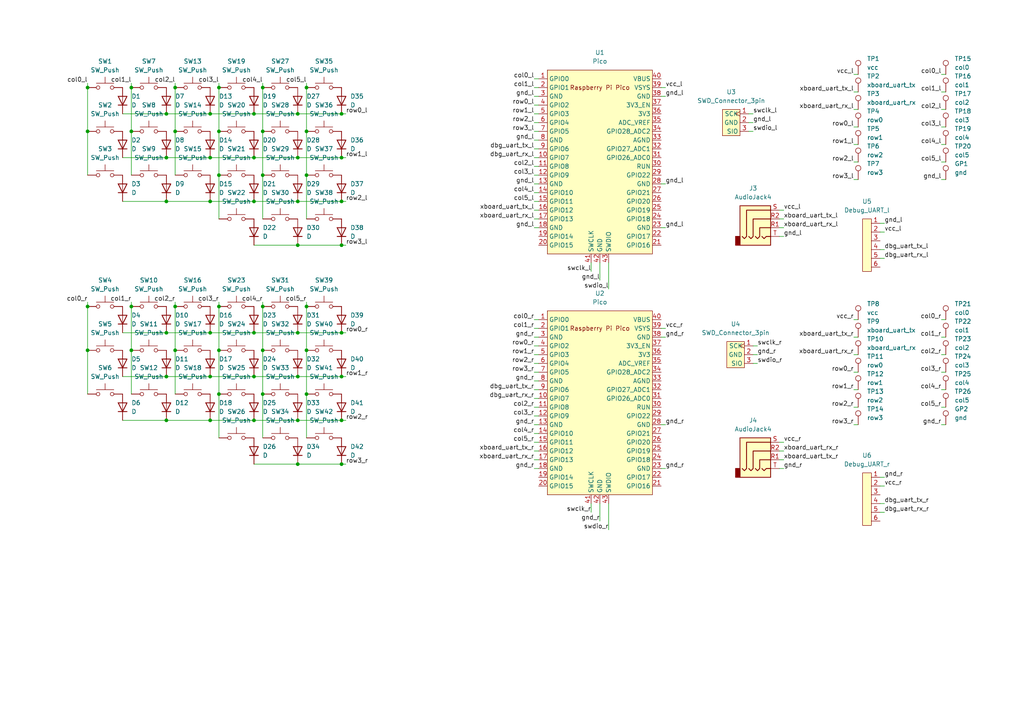
<source format=kicad_sch>
(kicad_sch (version 20230121) (generator eeschema)
  (paper "A4")
  (lib_symbols
    (symbol "Connector:AudioJack4"
      (property "Reference" "J" (at 0 8.89 0))
      (property "Value" "AudioJack4" (at 0 6.35 0))
      (symbol "AudioJack4_1_1"
        (pin passive line (at 5.08 -2.54 180) (length 2.54) (name "~") (number "R1"))
        (pin passive line (at 5.08 0 180) (length 2.54) (name "~") (number "R2"))
        (pin passive line (at 5.08 2.54 180) (length 2.54) (name "~") (number "S"))
        (pin passive line (at 5.08 -5.08 180) (length 2.54) (name "~") (number "T"))
      )
    )
    (symbol "Connector:TestPoint" (pin_numbers hide) (pin_names (offset 0.762) hide)
      (property "Reference" "TP" (at 0 6.858 0))
      (property "Value" "TestPoint" (at 0 5.08 0))
      (symbol "TestPoint_1_1"
        (pin passive line (at 0 0 90) (length 2.54) (name "1") (number "1"))
      )
    )
    (symbol "Device:D" (pin_numbers hide) (pin_names (offset 1.016) hide)
      (property "Reference" "D" (at 0 2.54 0))
      (property "Value" "D" (at 0 -2.54 0))
      (symbol "D_1_1"
        (pin passive line (at -3.81 0 0) (length 2.54) (name "K") (number "1"))
        (pin passive line (at 3.81 0 180) (length 2.54) (name "A") (number "2"))
      )
    )
    (symbol "RP_pico:Pico"
      (property "Reference" "U" (at -13.97 27.94 0))
      (property "Value" "Pico" (at 0 19.05 0))
      (symbol "Pico_0_0"
        (text "Raspberry Pi Pico" (at 0 21.59 0) (effects (font (size 1.27 1.27))))
      )
      (symbol "Pico_1_1"
        (pin bidirectional line (at -17.78 24.13 0) (length 2.54) (name "GPIO0") (number "1"))
        (pin bidirectional line (at -17.78 1.27 0) (length 2.54) (name "GPIO7") (number "10"))
        (pin bidirectional line (at -17.78 -1.27 0) (length 2.54) (name "GPIO8") (number "11"))
        (pin bidirectional line (at -17.78 -3.81 0) (length 2.54) (name "GPIO9") (number "12"))
        (pin power_in line (at -17.78 -6.35 0) (length 2.54) (name "GND") (number "13"))
        (pin bidirectional line (at -17.78 -8.89 0) (length 2.54) (name "GPIO10") (number "14"))
        (pin bidirectional line (at -17.78 -11.43 0) (length 2.54) (name "GPIO11") (number "15"))
        (pin bidirectional line (at -17.78 -13.97 0) (length 2.54) (name "GPIO12") (number "16"))
        (pin bidirectional line (at -17.78 -16.51 0) (length 2.54) (name "GPIO13") (number "17"))
        (pin power_in line (at -17.78 -19.05 0) (length 2.54) (name "GND") (number "18"))
        (pin bidirectional line (at -17.78 -21.59 0) (length 2.54) (name "GPIO14") (number "19"))
        (pin bidirectional line (at -17.78 21.59 0) (length 2.54) (name "GPIO1") (number "2"))
        (pin bidirectional line (at -17.78 -24.13 0) (length 2.54) (name "GPIO15") (number "20"))
        (pin bidirectional line (at 17.78 -24.13 180) (length 2.54) (name "GPIO16") (number "21"))
        (pin bidirectional line (at 17.78 -21.59 180) (length 2.54) (name "GPIO17") (number "22"))
        (pin power_in line (at 17.78 -19.05 180) (length 2.54) (name "GND") (number "23"))
        (pin bidirectional line (at 17.78 -16.51 180) (length 2.54) (name "GPIO18") (number "24"))
        (pin bidirectional line (at 17.78 -13.97 180) (length 2.54) (name "GPIO19") (number "25"))
        (pin bidirectional line (at 17.78 -11.43 180) (length 2.54) (name "GPIO20") (number "26"))
        (pin bidirectional line (at 17.78 -8.89 180) (length 2.54) (name "GPIO21") (number "27"))
        (pin power_in line (at 17.78 -6.35 180) (length 2.54) (name "GND") (number "28"))
        (pin bidirectional line (at 17.78 -3.81 180) (length 2.54) (name "GPIO22") (number "29"))
        (pin power_in line (at -17.78 19.05 0) (length 2.54) (name "GND") (number "3"))
        (pin input line (at 17.78 -1.27 180) (length 2.54) (name "RUN") (number "30"))
        (pin bidirectional line (at 17.78 1.27 180) (length 2.54) (name "GPIO26_ADC0") (number "31"))
        (pin bidirectional line (at 17.78 3.81 180) (length 2.54) (name "GPIO27_ADC1") (number "32"))
        (pin power_in line (at 17.78 6.35 180) (length 2.54) (name "AGND") (number "33"))
        (pin bidirectional line (at 17.78 8.89 180) (length 2.54) (name "GPIO28_ADC2") (number "34"))
        (pin power_in line (at 17.78 11.43 180) (length 2.54) (name "ADC_VREF") (number "35"))
        (pin power_in line (at 17.78 13.97 180) (length 2.54) (name "3V3") (number "36"))
        (pin input line (at 17.78 16.51 180) (length 2.54) (name "3V3_EN") (number "37"))
        (pin bidirectional line (at 17.78 19.05 180) (length 2.54) (name "GND") (number "38"))
        (pin power_in line (at 17.78 21.59 180) (length 2.54) (name "VSYS") (number "39"))
        (pin bidirectional line (at -17.78 16.51 0) (length 2.54) (name "GPIO2") (number "4"))
        (pin power_in line (at 17.78 24.13 180) (length 2.54) (name "VBUS") (number "40"))
        (pin input line (at -2.54 -29.21 90) (length 2.54) (name "SWCLK") (number "41"))
        (pin power_in line (at 0 -29.21 90) (length 2.54) (name "GND") (number "42"))
        (pin bidirectional line (at 2.54 -29.21 90) (length 2.54) (name "SWDIO") (number "43"))
        (pin bidirectional line (at -17.78 13.97 0) (length 2.54) (name "GPIO3") (number "5"))
        (pin bidirectional line (at -17.78 11.43 0) (length 2.54) (name "GPIO4") (number "6"))
        (pin bidirectional line (at -17.78 8.89 0) (length 2.54) (name "GPIO5") (number "7"))
        (pin power_in line (at -17.78 6.35 0) (length 2.54) (name "GND") (number "8"))
        (pin bidirectional line (at -17.78 3.81 0) (length 2.54) (name "GPIO6") (number "9"))
      )
    )
    (symbol "Switch:SW_Push" (pin_numbers hide) (pin_names (offset 1.016) hide)
      (property "Reference" "SW" (at 1.27 2.54 0))
      (property "Value" "SW_Push" (at 0 -1.524 0))
      (symbol "SW_Push_0_1"
        (pin passive line (at -5.08 0 0) (length 2.54) (name "1") (number "1"))
        (pin passive line (at 5.08 0 180) (length 2.54) (name "2") (number "2"))
      )
    )
    (symbol "entropy:Header_6pin" (in_bom no)
      (property "Reference" "U" (at 0 -2.54 0))
      (property "Value" "Header_6pin" (at 0 0 0))
      (symbol "Header_6pin_1_1"
        (pin unspecified line (at -6.35 3.81 270) (length 2.54) (name "") (number "1"))
        (pin unspecified line (at -3.81 3.81 270) (length 2.54) (name "") (number "2"))
        (pin unspecified line (at -1.27 3.81 270) (length 2.54) (name "") (number "3"))
        (pin unspecified line (at 1.27 3.81 270) (length 2.54) (name "") (number "4"))
        (pin unspecified line (at 3.81 3.81 270) (length 2.54) (name "") (number "5"))
        (pin unspecified line (at 6.35 3.81 270) (length 2.54) (name "") (number "6"))
      )
    )
    (symbol "entropy:SWD_Connector_3pin"
      (property "Reference" "U" (at -2.54 8.89 0))
      (property "Value" "SWD_Connector_3pin" (at -1.27 -1.27 0))
      (symbol "SWD_Connector_3pin_1_1"
        (pin bidirectional clock (at 2.54 6.35 180) (length 2.54) (name "SCK") (number "1"))
        (pin passive line (at 2.54 3.81 180) (length 2.54) (name "GND") (number "2"))
        (pin bidirectional line (at 2.54 1.27 180) (length 2.54) (name "SIO") (number "3"))
      )
    )
  )
  (junction (at 86.36 71.12))
  (junction (at 73.66 45.72))
  (junction (at 88.9 88.9))
  (junction (at 99.06 121.92))
  (junction (at 99.06 71.12))
  (junction (at 48.26 96.52))
  (junction (at 63.5 50.8))
  (junction (at 73.66 58.42))
  (junction (at 86.36 96.52))
  (junction (at 99.06 96.52))
  (junction (at 99.06 134.62))
  (junction (at 63.5 88.9))
  (junction (at 38.1 101.6))
  (junction (at 60.96 121.92))
  (junction (at 38.1 88.9))
  (junction (at 60.96 45.72))
  (junction (at 73.66 33.02))
  (junction (at 73.66 121.92))
  (junction (at 88.9 114.3))
  (junction (at 48.26 109.22))
  (junction (at 99.06 109.22))
  (junction (at 25.4 101.6))
  (junction (at 73.66 109.22))
  (junction (at 60.96 58.42))
  (junction (at 25.4 38.1))
  (junction (at 76.2 25.4))
  (junction (at 76.2 101.6))
  (junction (at 60.96 33.02))
  (junction (at 63.5 38.1))
  (junction (at 99.06 45.72))
  (junction (at 38.1 25.4))
  (junction (at 48.26 45.72))
  (junction (at 50.8 38.1))
  (junction (at 48.26 121.92))
  (junction (at 76.2 38.1))
  (junction (at 63.5 114.3))
  (junction (at 50.8 25.4))
  (junction (at 86.36 134.62))
  (junction (at 99.06 33.02))
  (junction (at 86.36 33.02))
  (junction (at 73.66 96.52))
  (junction (at 48.26 33.02))
  (junction (at 88.9 50.8))
  (junction (at 50.8 88.9))
  (junction (at 76.2 50.8))
  (junction (at 38.1 38.1))
  (junction (at 63.5 25.4))
  (junction (at 86.36 109.22))
  (junction (at 60.96 96.52))
  (junction (at 48.26 58.42))
  (junction (at 25.4 88.9))
  (junction (at 88.9 38.1))
  (junction (at 50.8 101.6))
  (junction (at 63.5 101.6))
  (junction (at 25.4 25.4))
  (junction (at 88.9 25.4))
  (junction (at 76.2 88.9))
  (junction (at 86.36 45.72))
  (junction (at 76.2 114.3))
  (junction (at 88.9 101.6))
  (junction (at 86.36 58.42))
  (junction (at 86.36 121.92))
  (junction (at 99.06 58.42))
  (junction (at 60.96 109.22))
  (wire (pts (xy 247.65 123.19) (xy 248.92 123.19)))
  (wire (pts (xy 38.1 101.6) (xy 38.1 114.3)))
  (wire (pts (xy 273.05 21.59) (xy 274.32 21.59)))
  (wire (pts (xy 50.8 24.13) (xy 50.8 25.4)))
  (wire (pts (xy 273.05 107.95) (xy 274.32 107.95)))
  (wire (pts (xy 88.9 101.6) (xy 88.9 114.3)))
  (wire (pts (xy 38.1 24.13) (xy 38.1 25.4)))
  (wire (pts (xy 247.65 92.71) (xy 248.92 92.71)))
  (wire (pts (xy 63.5 25.4) (xy 63.5 38.1)))
  (wire (pts (xy 154.94 115.57) (xy 156.21 115.57)))
  (wire (pts (xy 173.99 146.05) (xy 173.99 151.13)))
  (wire (pts (xy 38.1 87.63) (xy 38.1 88.9)))
  (wire (pts (xy 218.44 102.87) (xy 219.71 102.87)))
  (wire (pts (xy 273.05 41.91) (xy 274.32 41.91)))
  (wire (pts (xy 255.27 67.31) (xy 256.54 67.31)))
  (wire (pts (xy 273.05 46.99) (xy 274.32 46.99)))
  (wire (pts (xy 154.94 125.73) (xy 156.21 125.73)))
  (wire (pts (xy 35.56 58.42) (xy 48.26 58.42)))
  (wire (pts (xy 247.65 36.83) (xy 248.92 36.83)))
  (wire (pts (xy 60.96 33.02) (xy 73.66 33.02)))
  (wire (pts (xy 255.27 74.93) (xy 256.54 74.93)))
  (wire (pts (xy 154.94 97.79) (xy 156.21 97.79)))
  (wire (pts (xy 154.94 40.64) (xy 156.21 40.64)))
  (wire (pts (xy 86.36 121.92) (xy 99.06 121.92)))
  (wire (pts (xy 247.65 26.67) (xy 248.92 26.67)))
  (wire (pts (xy 273.05 92.71) (xy 274.32 92.71)))
  (wire (pts (xy 35.56 109.22) (xy 48.26 109.22)))
  (wire (pts (xy 154.94 92.71) (xy 156.21 92.71)))
  (wire (pts (xy 273.05 123.19) (xy 274.32 123.19)))
  (wire (pts (xy 154.94 118.11) (xy 156.21 118.11)))
  (wire (pts (xy 154.94 133.35) (xy 156.21 133.35)))
  (wire (pts (xy 86.36 109.22) (xy 99.06 109.22)))
  (wire (pts (xy 273.05 113.03) (xy 274.32 113.03)))
  (wire (pts (xy 154.94 43.18) (xy 156.21 43.18)))
  (wire (pts (xy 154.94 33.02) (xy 156.21 33.02)))
  (wire (pts (xy 154.94 30.48) (xy 156.21 30.48)))
  (wire (pts (xy 60.96 58.42) (xy 73.66 58.42)))
  (wire (pts (xy 154.94 48.26) (xy 156.21 48.26)))
  (wire (pts (xy 247.65 102.87) (xy 248.92 102.87)))
  (wire (pts (xy 86.36 96.52) (xy 99.06 96.52)))
  (wire (pts (xy 247.65 31.75) (xy 248.92 31.75)))
  (wire (pts (xy 191.77 53.34) (xy 193.04 53.34)))
  (wire (pts (xy 35.56 33.02) (xy 48.26 33.02)))
  (wire (pts (xy 25.4 87.63) (xy 25.4 88.9)))
  (wire (pts (xy 191.77 25.4) (xy 193.04 25.4)))
  (wire (pts (xy 99.06 58.42) (xy 100.33 58.42)))
  (wire (pts (xy 86.36 33.02) (xy 99.06 33.02)))
  (wire (pts (xy 176.53 76.2) (xy 176.53 83.82)))
  (wire (pts (xy 73.66 33.02) (xy 86.36 33.02)))
  (wire (pts (xy 154.94 130.81) (xy 156.21 130.81)))
  (wire (pts (xy 88.9 24.13) (xy 88.9 25.4)))
  (wire (pts (xy 273.05 52.07) (xy 274.32 52.07)))
  (wire (pts (xy 48.26 45.72) (xy 60.96 45.72)))
  (wire (pts (xy 247.65 113.03) (xy 248.92 113.03)))
  (wire (pts (xy 154.94 27.94) (xy 156.21 27.94)))
  (wire (pts (xy 63.5 87.63) (xy 63.5 88.9)))
  (wire (pts (xy 63.5 50.8) (xy 63.5 63.5)))
  (wire (pts (xy 76.2 87.63) (xy 76.2 88.9)))
  (wire (pts (xy 154.94 45.72) (xy 156.21 45.72)))
  (wire (pts (xy 171.45 146.05) (xy 171.45 148.59)))
  (wire (pts (xy 25.4 101.6) (xy 25.4 114.3)))
  (wire (pts (xy 86.36 58.42) (xy 99.06 58.42)))
  (wire (pts (xy 60.96 96.52) (xy 73.66 96.52)))
  (wire (pts (xy 86.36 71.12) (xy 99.06 71.12)))
  (wire (pts (xy 63.5 38.1) (xy 63.5 50.8)))
  (wire (pts (xy 76.2 114.3) (xy 76.2 127)))
  (wire (pts (xy 25.4 38.1) (xy 25.4 50.8)))
  (wire (pts (xy 60.96 121.92) (xy 73.66 121.92)))
  (wire (pts (xy 247.65 46.99) (xy 248.92 46.99)))
  (wire (pts (xy 48.26 96.52) (xy 60.96 96.52)))
  (wire (pts (xy 247.65 118.11) (xy 248.92 118.11)))
  (wire (pts (xy 25.4 24.13) (xy 25.4 25.4)))
  (wire (pts (xy 154.94 102.87) (xy 156.21 102.87)))
  (wire (pts (xy 226.06 135.89) (xy 227.33 135.89)))
  (wire (pts (xy 191.77 135.89) (xy 193.04 135.89)))
  (wire (pts (xy 35.56 96.52) (xy 48.26 96.52)))
  (wire (pts (xy 99.06 109.22) (xy 100.33 109.22)))
  (wire (pts (xy 38.1 25.4) (xy 38.1 38.1)))
  (wire (pts (xy 226.06 133.35) (xy 227.33 133.35)))
  (wire (pts (xy 273.05 118.11) (xy 274.32 118.11)))
  (wire (pts (xy 88.9 114.3) (xy 88.9 127)))
  (wire (pts (xy 76.2 88.9) (xy 76.2 101.6)))
  (wire (pts (xy 154.94 63.5) (xy 156.21 63.5)))
  (wire (pts (xy 191.77 66.04) (xy 193.04 66.04)))
  (wire (pts (xy 176.53 146.05) (xy 176.53 153.67)))
  (wire (pts (xy 73.66 58.42) (xy 86.36 58.42)))
  (wire (pts (xy 76.2 25.4) (xy 76.2 38.1)))
  (wire (pts (xy 35.56 45.72) (xy 48.26 45.72)))
  (wire (pts (xy 218.44 100.33) (xy 219.71 100.33)))
  (wire (pts (xy 86.36 134.62) (xy 99.06 134.62)))
  (wire (pts (xy 154.94 100.33) (xy 156.21 100.33)))
  (wire (pts (xy 48.26 109.22) (xy 60.96 109.22)))
  (wire (pts (xy 63.5 24.13) (xy 63.5 25.4)))
  (wire (pts (xy 154.94 58.42) (xy 156.21 58.42)))
  (wire (pts (xy 154.94 113.03) (xy 156.21 113.03)))
  (wire (pts (xy 88.9 87.63) (xy 88.9 88.9)))
  (wire (pts (xy 73.66 109.22) (xy 86.36 109.22)))
  (wire (pts (xy 273.05 97.79) (xy 274.32 97.79)))
  (wire (pts (xy 88.9 38.1) (xy 88.9 50.8)))
  (wire (pts (xy 154.94 22.86) (xy 156.21 22.86)))
  (wire (pts (xy 88.9 88.9) (xy 88.9 101.6)))
  (wire (pts (xy 99.06 96.52) (xy 100.33 96.52)))
  (wire (pts (xy 273.05 26.67) (xy 274.32 26.67)))
  (wire (pts (xy 48.26 58.42) (xy 60.96 58.42)))
  (wire (pts (xy 173.99 76.2) (xy 173.99 81.28)))
  (wire (pts (xy 154.94 38.1) (xy 156.21 38.1)))
  (wire (pts (xy 255.27 72.39) (xy 256.54 72.39)))
  (wire (pts (xy 154.94 25.4) (xy 156.21 25.4)))
  (wire (pts (xy 154.94 66.04) (xy 156.21 66.04)))
  (wire (pts (xy 191.77 97.79) (xy 193.04 97.79)))
  (wire (pts (xy 73.66 45.72) (xy 86.36 45.72)))
  (wire (pts (xy 154.94 95.25) (xy 156.21 95.25)))
  (wire (pts (xy 247.65 52.07) (xy 248.92 52.07)))
  (wire (pts (xy 247.65 41.91) (xy 248.92 41.91)))
  (wire (pts (xy 154.94 123.19) (xy 156.21 123.19)))
  (wire (pts (xy 154.94 60.96) (xy 156.21 60.96)))
  (wire (pts (xy 50.8 25.4) (xy 50.8 38.1)))
  (wire (pts (xy 25.4 88.9) (xy 25.4 101.6)))
  (wire (pts (xy 154.94 107.95) (xy 156.21 107.95)))
  (wire (pts (xy 226.06 60.96) (xy 227.33 60.96)))
  (wire (pts (xy 73.66 121.92) (xy 86.36 121.92)))
  (wire (pts (xy 73.66 71.12) (xy 86.36 71.12)))
  (wire (pts (xy 226.06 68.58) (xy 227.33 68.58)))
  (wire (pts (xy 217.17 33.02) (xy 218.44 33.02)))
  (wire (pts (xy 247.65 107.95) (xy 248.92 107.95)))
  (wire (pts (xy 226.06 130.81) (xy 227.33 130.81)))
  (wire (pts (xy 76.2 50.8) (xy 76.2 63.5)))
  (wire (pts (xy 154.94 55.88) (xy 156.21 55.88)))
  (wire (pts (xy 154.94 35.56) (xy 156.21 35.56)))
  (wire (pts (xy 63.5 114.3) (xy 63.5 127)))
  (wire (pts (xy 273.05 31.75) (xy 274.32 31.75)))
  (wire (pts (xy 191.77 95.25) (xy 193.04 95.25)))
  (wire (pts (xy 38.1 38.1) (xy 38.1 50.8)))
  (wire (pts (xy 154.94 135.89) (xy 156.21 135.89)))
  (wire (pts (xy 226.06 128.27) (xy 227.33 128.27)))
  (wire (pts (xy 247.65 97.79) (xy 248.92 97.79)))
  (wire (pts (xy 60.96 109.22) (xy 73.66 109.22)))
  (wire (pts (xy 50.8 88.9) (xy 50.8 101.6)))
  (wire (pts (xy 154.94 110.49) (xy 156.21 110.49)))
  (wire (pts (xy 73.66 134.62) (xy 86.36 134.62)))
  (wire (pts (xy 273.05 102.87) (xy 274.32 102.87)))
  (wire (pts (xy 154.94 128.27) (xy 156.21 128.27)))
  (wire (pts (xy 154.94 50.8) (xy 156.21 50.8)))
  (wire (pts (xy 226.06 66.04) (xy 227.33 66.04)))
  (wire (pts (xy 88.9 50.8) (xy 88.9 63.5)))
  (wire (pts (xy 191.77 27.94) (xy 193.04 27.94)))
  (wire (pts (xy 48.26 121.92) (xy 60.96 121.92)))
  (wire (pts (xy 154.94 120.65) (xy 156.21 120.65)))
  (wire (pts (xy 76.2 38.1) (xy 76.2 50.8)))
  (wire (pts (xy 226.06 63.5) (xy 227.33 63.5)))
  (wire (pts (xy 99.06 134.62) (xy 100.33 134.62)))
  (wire (pts (xy 63.5 101.6) (xy 63.5 114.3)))
  (wire (pts (xy 99.06 45.72) (xy 100.33 45.72)))
  (wire (pts (xy 255.27 138.43) (xy 256.54 138.43)))
  (wire (pts (xy 86.36 45.72) (xy 99.06 45.72)))
  (wire (pts (xy 218.44 105.41) (xy 219.71 105.41)))
  (wire (pts (xy 60.96 45.72) (xy 73.66 45.72)))
  (wire (pts (xy 35.56 121.92) (xy 48.26 121.92)))
  (wire (pts (xy 73.66 96.52) (xy 86.36 96.52)))
  (wire (pts (xy 255.27 146.05) (xy 256.54 146.05)))
  (wire (pts (xy 154.94 105.41) (xy 156.21 105.41)))
  (wire (pts (xy 50.8 87.63) (xy 50.8 88.9)))
  (wire (pts (xy 99.06 33.02) (xy 100.33 33.02)))
  (wire (pts (xy 50.8 38.1) (xy 50.8 50.8)))
  (wire (pts (xy 50.8 101.6) (xy 50.8 114.3)))
  (wire (pts (xy 99.06 71.12) (xy 100.33 71.12)))
  (wire (pts (xy 76.2 101.6) (xy 76.2 114.3)))
  (wire (pts (xy 255.27 64.77) (xy 256.54 64.77)))
  (wire (pts (xy 191.77 123.19) (xy 193.04 123.19)))
  (wire (pts (xy 255.27 148.59) (xy 256.54 148.59)))
  (wire (pts (xy 154.94 53.34) (xy 156.21 53.34)))
  (wire (pts (xy 63.5 88.9) (xy 63.5 101.6)))
  (wire (pts (xy 25.4 25.4) (xy 25.4 38.1)))
  (wire (pts (xy 99.06 121.92) (xy 100.33 121.92)))
  (wire (pts (xy 217.17 38.1) (xy 218.44 38.1)))
  (wire (pts (xy 76.2 24.13) (xy 76.2 25.4)))
  (wire (pts (xy 38.1 88.9) (xy 38.1 101.6)))
  (wire (pts (xy 217.17 35.56) (xy 218.44 35.56)))
  (wire (pts (xy 171.45 76.2) (xy 171.45 78.74)))
  (wire (pts (xy 255.27 140.97) (xy 256.54 140.97)))
  (wire (pts (xy 48.26 33.02) (xy 60.96 33.02)))
  (wire (pts (xy 273.05 36.83) (xy 274.32 36.83)))
  (wire (pts (xy 88.9 25.4) (xy 88.9 38.1)))
  (wire (pts (xy 247.65 21.59) (xy 248.92 21.59)))
  (label "swdio_r" (at 176.53 153.67 180))
  (label "col2_l" (at 50.8 24.13 180))
  (label "swclk_l" (at 218.44 33.02 0))
  (label "xboard_uart_rx_l" (at 247.65 31.75 180))
  (label "gnd_r" (at 256.54 138.43 0))
  (label "gnd_r" (at 273.05 123.19 180))
  (label "dbg_uart_tx_l" (at 256.54 72.39 0))
  (label "gnd_l" (at 256.54 64.77 0))
  (label "gnd_r" (at 227.33 135.89 0))
  (label "col3_r" (at 154.94 120.65 180))
  (label "row3_r" (at 247.65 123.19 180))
  (label "col4_l" (at 76.2 24.13 180))
  (label "swclk_r" (at 219.71 100.33 0))
  (label "gnd_l" (at 173.99 81.28 180))
  (label "row2_l" (at 247.65 46.99 180))
  (label "gnd_r" (at 154.94 123.19 180))
  (label "row1_l" (at 100.33 45.72 0))
  (label "row2_r" (at 154.94 105.41 180))
  (label "xboard_uart_tx_r" (at 247.65 97.79 180))
  (label "gnd_r" (at 193.04 135.89 0))
  (label "row0_r" (at 247.65 107.95 180))
  (label "gnd_l" (at 154.94 66.04 180))
  (label "gnd_l" (at 154.94 40.64 180))
  (label "gnd_l" (at 193.04 66.04 0))
  (label "gnd_r" (at 219.71 102.87 0))
  (label "col1_l" (at 273.05 26.67 180))
  (label "col2_r" (at 50.8 87.63 180))
  (label "row0_r" (at 154.94 100.33 180))
  (label "xboard_uart_rx_l" (at 227.33 66.04 0))
  (label "row1_r" (at 247.65 113.03 180))
  (label "swdio_r" (at 219.71 105.41 0))
  (label "col0_r" (at 25.4 87.63 180))
  (label "gnd_r" (at 154.94 110.49 180))
  (label "gnd_r" (at 173.99 151.13 180))
  (label "col2_r" (at 273.05 102.87 180))
  (label "col5_l" (at 88.9 24.13 180))
  (label "col3_r" (at 63.5 87.63 180))
  (label "row3_r" (at 100.33 134.62 0))
  (label "col4_l" (at 273.05 41.91 180))
  (label "dbg_uart_rx_r" (at 256.54 148.59 0))
  (label "swclk_r" (at 171.45 148.59 180))
  (label "xboard_uart_tx_r" (at 227.33 133.35 0))
  (label "vcc_r" (at 256.54 140.97 0))
  (label "row2_l" (at 100.33 58.42 0))
  (label "xboard_uart_rx_r" (at 154.94 133.35 180))
  (label "vcc_l" (at 227.33 60.96 0))
  (label "row2_r" (at 247.65 118.11 180))
  (label "swclk_l" (at 171.45 78.74 180))
  (label "col1_r" (at 273.05 97.79 180))
  (label "col2_l" (at 273.05 31.75 180))
  (label "col4_r" (at 154.94 125.73 180))
  (label "row0_l" (at 154.94 30.48 180))
  (label "dbg_uart_tx_r" (at 256.54 146.05 0))
  (label "dbg_uart_tx_r" (at 154.94 113.03 180))
  (label "row3_l" (at 100.33 71.12 0))
  (label "dbg_uart_rx_l" (at 154.94 45.72 180))
  (label "col0_r" (at 154.94 92.71 180))
  (label "swdio_l" (at 176.53 83.82 180))
  (label "col1_r" (at 38.1 87.63 180))
  (label "xboard_uart_rx_r" (at 227.33 130.81 0))
  (label "col0_l" (at 154.94 22.86 180))
  (label "vcc_l" (at 193.04 25.4 0))
  (label "col3_l" (at 63.5 24.13 180))
  (label "row0_r" (at 100.33 96.52 0))
  (label "row1_r" (at 100.33 109.22 0))
  (label "gnd_r" (at 193.04 97.79 0))
  (label "vcc_l" (at 247.65 21.59 180))
  (label "col4_r" (at 273.05 113.03 180))
  (label "gnd_l" (at 227.33 68.58 0))
  (label "xboard_uart_tx_l" (at 247.65 26.67 180))
  (label "gnd_l" (at 193.04 27.94 0))
  (label "col3_r" (at 273.05 107.95 180))
  (label "col1_r" (at 154.94 95.25 180))
  (label "vcc_l" (at 256.54 67.31 0))
  (label "col0_l" (at 25.4 24.13 180))
  (label "col2_r" (at 154.94 118.11 180))
  (label "gnd_l" (at 193.04 53.34 0))
  (label "row3_l" (at 247.65 52.07 180))
  (label "vcc_r" (at 227.33 128.27 0))
  (label "col4_l" (at 154.94 55.88 180))
  (label "row1_l" (at 247.65 41.91 180))
  (label "col4_r" (at 76.2 87.63 180))
  (label "col0_r" (at 273.05 92.71 180))
  (label "gnd_l" (at 218.44 35.56 0))
  (label "row1_l" (at 154.94 33.02 180))
  (label "swdio_l" (at 218.44 38.1 0))
  (label "xboard_uart_rx_r" (at 247.65 102.87 180))
  (label "row3_l" (at 154.94 38.1 180))
  (label "gnd_l" (at 273.05 52.07 180))
  (label "dbg_uart_rx_l" (at 256.54 74.93 0))
  (label "xboard_uart_tx_l" (at 227.33 63.5 0))
  (label "gnd_l" (at 154.94 27.94 180))
  (label "xboard_uart_rx_l" (at 154.94 63.5 180))
  (label "col3_l" (at 273.05 36.83 180))
  (label "gnd_r" (at 154.94 97.79 180))
  (label "dbg_uart_rx_r" (at 154.94 115.57 180))
  (label "vcc_r" (at 247.65 92.71 180))
  (label "vcc_r" (at 193.04 95.25 0))
  (label "row0_l" (at 100.33 33.02 0))
  (label "col5_r" (at 273.05 118.11 180))
  (label "row0_l" (at 247.65 36.83 180))
  (label "col0_l" (at 273.05 21.59 180))
  (label "row2_l" (at 154.94 35.56 180))
  (label "col1_l" (at 38.1 24.13 180))
  (label "col5_r" (at 154.94 128.27 180))
  (label "gnd_r" (at 193.04 123.19 0))
  (label "row1_r" (at 154.94 102.87 180))
  (label "col5_l" (at 273.05 46.99 180))
  (label "dbg_uart_tx_l" (at 154.94 43.18 180))
  (label "xboard_uart_tx_r" (at 154.94 130.81 180))
  (label "xboard_uart_tx_l" (at 154.94 60.96 180))
  (label "gnd_l" (at 154.94 53.34 180))
  (label "col5_r" (at 88.9 87.63 180))
  (label "col2_l" (at 154.94 48.26 180))
  (label "row3_r" (at 154.94 107.95 180))
  (label "col1_l" (at 154.94 25.4 180))
  (label "col3_l" (at 154.94 50.8 180))
  (label "col5_l" (at 154.94 58.42 180))
  (label "row2_r" (at 100.33 121.92 0))
  (label "gnd_r" (at 154.94 135.89 180))
  (symbol (lib_id "Device:D") (at 99.06 105.41 90) (unit 1)
    (property "Reference" "D40" (at 101.6 104.1399 90) (effects (justify right)))
    (property "Value" "D" (at 101.6 106.6799 90) (effects (justify right)))
    (property "Footprint" "Diode_SMD:D_1206_3216Metric" (effects hide))
  )
  (symbol (lib_id "Connector:TestPoint") (at 274.32 36.83 0) (unit 1)
    (property "Reference" "TP18" (at 276.86 32.2579 0) (effects (justify left)))
    (property "Value" "col3" (at 276.86 34.7979 0) (effects (justify left)))
    (property "Footprint" "Connector_PinHeader_2.54mm:PinHeader_1x01_P2.54mm_Vertical" (effects hide))
  )
  (symbol (lib_id "Device:D") (at 99.06 92.71 90) (unit 1)
    (property "Reference" "D39" (at 101.6 91.4399 90) (effects (justify right)))
    (property "Value" "D" (at 101.6 93.9799 90) (effects (justify right)))
    (property "Footprint" "Diode_SMD:D_1206_3216Metric" (effects hide))
  )
  (symbol (lib_id "Device:D") (at 48.26 29.21 90) (unit 1)
    (property "Reference" "D7" (at 50.8 27.9399 90) (effects (justify right)))
    (property "Value" "D" (at 50.8 30.4799 90) (effects (justify right)))
    (property "Footprint" "Diode_SMD:D_1206_3216Metric" (effects hide))
  )
  (symbol (lib_id "Connector:TestPoint") (at 248.92 31.75 0) (unit 1)
    (property "Reference" "TP3" (at 251.46 27.1779 0) (effects (justify left)))
    (property "Value" "xboard_uart_rx" (at 251.46 29.7179 0) (effects (justify left)))
    (property "Footprint" "Connector_PinHeader_2.54mm:PinHeader_1x01_P2.54mm_Vertical" (effects hide))
  )
  (symbol (lib_id "Device:D") (at 86.36 54.61 90) (unit 1)
    (property "Reference" "D29" (at 88.9 53.3399 90) (effects (justify right)))
    (property "Value" "D" (at 88.9 55.8799 90) (effects (justify right)))
    (property "Footprint" "Diode_SMD:D_1206_3216Metric" (effects hide))
  )
  (symbol (lib_id "Connector:TestPoint") (at 248.92 46.99 0) (unit 1)
    (property "Reference" "TP6" (at 251.46 42.4179 0) (effects (justify left)))
    (property "Value" "row2" (at 251.46 44.9579 0) (effects (justify left)))
    (property "Footprint" "Connector_PinHeader_2.54mm:PinHeader_1x01_P2.54mm_Vertical" (effects hide))
  )
  (symbol (lib_id "Switch:SW_Push") (at 81.28 25.4 0) (unit 1)
    (property "Reference" "SW27" (at 81.28 17.78 0))
    (property "Value" "SW_Push" (at 81.28 20.32 0))
    (property "Footprint" "Key_Switches:Kailh_socket_MX" (effects hide))
  )
  (symbol (lib_id "Connector:TestPoint") (at 274.32 123.19 0) (unit 1)
    (property "Reference" "GP2" (at 276.86 118.6179 0) (effects (justify left)))
    (property "Value" "gnd" (at 276.86 121.1579 0) (effects (justify left)))
    (property "Footprint" "Connector_PinHeader_2.54mm:PinHeader_1x01_P2.54mm_Vertical" (effects hide))
  )
  (symbol (lib_id "Connector:TestPoint") (at 248.92 52.07 0) (unit 1)
    (property "Reference" "TP7" (at 251.46 47.4979 0) (effects (justify left)))
    (property "Value" "row3" (at 251.46 50.0379 0) (effects (justify left)))
    (property "Footprint" "Connector_PinHeader_2.54mm:PinHeader_1x01_P2.54mm_Vertical" (effects hide))
  )
  (symbol (lib_id "Device:D") (at 73.66 54.61 90) (unit 1)
    (property "Reference" "D21" (at 76.2 53.3399 90) (effects (justify right)))
    (property "Value" "D" (at 76.2 55.8799 90) (effects (justify right)))
    (property "Footprint" "Diode_SMD:D_1206_3216Metric" (effects hide))
  )
  (symbol (lib_id "Device:D") (at 60.96 29.21 90) (unit 1)
    (property "Reference" "D13" (at 63.5 27.9399 90) (effects (justify right)))
    (property "Value" "D" (at 63.5 30.4799 90) (effects (justify right)))
    (property "Footprint" "Diode_SMD:D_1206_3216Metric" (effects hide))
  )
  (symbol (lib_id "Connector:TestPoint") (at 274.32 113.03 0) (unit 1)
    (property "Reference" "TP25" (at 276.86 108.4579 0) (effects (justify left)))
    (property "Value" "col4" (at 276.86 110.9979 0) (effects (justify left)))
    (property "Footprint" "Connector_PinHeader_2.54mm:PinHeader_1x01_P2.54mm_Vertical" (effects hide))
  )
  (symbol (lib_id "Switch:SW_Push") (at 43.18 25.4 0) (unit 1)
    (property "Reference" "SW7" (at 43.18 17.78 0))
    (property "Value" "SW_Push" (at 43.18 20.32 0))
    (property "Footprint" "Key_Switches:Kailh_socket_MX" (effects hide))
  )
  (symbol (lib_id "Connector:TestPoint") (at 248.92 41.91 0) (unit 1)
    (property "Reference" "TP5" (at 251.46 37.3379 0) (effects (justify left)))
    (property "Value" "row1" (at 251.46 39.8779 0) (effects (justify left)))
    (property "Footprint" "Connector_PinHeader_2.54mm:PinHeader_1x01_P2.54mm_Vertical" (effects hide))
  )
  (symbol (lib_id "Device:D") (at 35.56 54.61 90) (unit 1)
    (property "Reference" "D3" (at 38.1 53.3399 90) (effects (justify right)))
    (property "Value" "D" (at 38.1 55.8799 90) (effects (justify right)))
    (property "Footprint" "Diode_SMD:D_1206_3216Metric" (effects hide))
  )
  (symbol (lib_id "Device:D") (at 86.36 67.31 90) (unit 1)
    (property "Reference" "D30" (at 88.9 66.0399 90) (effects (justify right)))
    (property "Value" "D" (at 88.9 68.5799 90) (effects (justify right)))
    (property "Footprint" "Diode_SMD:D_1206_3216Metric" (effects hide))
  )
  (symbol (lib_id "Switch:SW_Push") (at 93.98 50.8 0) (unit 1)
    (property "Reference" "SW37" (at 93.98 43.18 0))
    (property "Value" "SW_Push" (at 93.98 45.72 0))
    (property "Footprint" "Key_Switches:Kailh_socket_MX" (effects hide))
  )
  (symbol (lib_id "Connector:TestPoint") (at 274.32 26.67 0) (unit 1)
    (property "Reference" "TP16" (at 276.86 22.0979 0) (effects (justify left)))
    (property "Value" "col1" (at 276.86 24.6379 0) (effects (justify left)))
    (property "Footprint" "Connector_PinHeader_2.54mm:PinHeader_1x01_P2.54mm_Vertical" (effects hide))
  )
  (symbol (lib_id "Device:D") (at 86.36 105.41 90) (unit 1)
    (property "Reference" "D32" (at 88.9 104.1399 90) (effects (justify right)))
    (property "Value" "D" (at 88.9 106.6799 90) (effects (justify right)))
    (property "Footprint" "Diode_SMD:D_1206_3216Metric" (effects hide))
  )
  (symbol (lib_id "entropy:Header_6pin") (at 251.46 144.78 270) (unit 1) (in_bom no)
    (property "Reference" "U6" (at 251.46 132.08 90))
    (property "Value" "Debug_UART_r" (at 251.46 134.62 90))
    (property "Footprint" "entropy:Header_6pin" (effects hide))
  )
  (symbol (lib_id "Switch:SW_Push") (at 68.58 101.6 0) (unit 1)
    (property "Reference" "SW24" (at 68.58 93.98 0))
    (property "Value" "SW_Push" (at 68.58 96.52 0))
    (property "Footprint" "Key_Switches:Kailh_socket_MX" (effects hide))
  )
  (symbol (lib_id "Connector:TestPoint") (at 274.32 21.59 0) (unit 1)
    (property "Reference" "TP15" (at 276.86 17.0179 0) (effects (justify left)))
    (property "Value" "col0" (at 276.86 19.5579 0) (effects (justify left)))
    (property "Footprint" "Connector_PinHeader_2.54mm:PinHeader_1x01_P2.54mm_Vertical" (effects hide))
  )
  (symbol (lib_id "Switch:SW_Push") (at 81.28 127 0) (unit 1)
    (property "Reference" "SW34" (at 81.28 119.38 0))
    (property "Value" "SW_Push" (at 81.28 121.92 0))
    (property "Footprint" "Key_Switches:Kailh_socket_MX" (effects hide))
  )
  (symbol (lib_id "Device:D") (at 73.66 118.11 90) (unit 1)
    (property "Reference" "D25" (at 76.2 116.8399 90) (effects (justify right)))
    (property "Value" "D" (at 76.2 119.3799 90) (effects (justify right)))
    (property "Footprint" "Diode_SMD:D_1206_3216Metric" (effects hide))
  )
  (symbol (lib_id "Connector:AudioJack4") (at 220.98 130.81 0) (unit 1)
    (property "Reference" "J4" (at 218.44 121.92 0))
    (property "Value" "AudioJack4" (at 218.44 124.46 0))
    (property "Footprint" "entropy:Jack_3.5mm_boardsource_TRRS_TH" (effects hide))
  )
  (symbol (lib_id "Switch:SW_Push") (at 81.28 63.5 0) (unit 1)
    (property "Reference" "SW30" (at 81.28 55.88 0))
    (property "Value" "SW_Push" (at 81.28 58.42 0))
    (property "Footprint" "Key_Switches:Kailh_socket_MX" (effects hide))
  )
  (symbol (lib_id "Device:D") (at 35.56 105.41 90) (unit 1)
    (property "Reference" "D5" (at 38.1 104.1399 90) (effects (justify right)))
    (property "Value" "D" (at 38.1 106.6799 90) (effects (justify right)))
    (property "Footprint" "Diode_SMD:D_1206_3216Metric" (effects hide))
  )
  (symbol (lib_id "Switch:SW_Push") (at 68.58 88.9 0) (unit 1)
    (property "Reference" "SW23" (at 68.58 81.28 0))
    (property "Value" "SW_Push" (at 68.58 83.82 0))
    (property "Footprint" "Key_Switches:Kailh_socket_MX" (effects hide))
  )
  (symbol (lib_id "Device:D") (at 48.26 92.71 90) (unit 1)
    (property "Reference" "D10" (at 50.8 91.4399 90) (effects (justify right)))
    (property "Value" "D" (at 50.8 93.9799 90) (effects (justify right)))
    (property "Footprint" "Diode_SMD:D_1206_3216Metric" (effects hide))
  )
  (symbol (lib_id "Connector:TestPoint") (at 248.92 118.11 0) (unit 1)
    (property "Reference" "TP13" (at 251.46 113.5379 0) (effects (justify left)))
    (property "Value" "row2" (at 251.46 116.0779 0) (effects (justify left)))
    (property "Footprint" "Connector_PinHeader_2.54mm:PinHeader_1x01_P2.54mm_Vertical" (effects hide))
  )
  (symbol (lib_id "Device:D") (at 86.36 29.21 90) (unit 1)
    (property "Reference" "D27" (at 88.9 27.9399 90) (effects (justify right)))
    (property "Value" "D" (at 88.9 30.4799 90) (effects (justify right)))
    (property "Footprint" "Diode_SMD:D_1206_3216Metric" (effects hide))
  )
  (symbol (lib_id "Connector:TestPoint") (at 248.92 107.95 0) (unit 1)
    (property "Reference" "TP11" (at 251.46 103.3779 0) (effects (justify left)))
    (property "Value" "row0" (at 251.46 105.9179 0) (effects (justify left)))
    (property "Footprint" "Connector_PinHeader_2.54mm:PinHeader_1x01_P2.54mm_Vertical" (effects hide))
  )
  (symbol (lib_id "Device:D") (at 35.56 118.11 90) (unit 1)
    (property "Reference" "D6" (at 38.1 116.8399 90) (effects (justify right)))
    (property "Value" "D" (at 38.1 119.3799 90) (effects (justify right)))
    (property "Footprint" "Diode_SMD:D_1206_3216Metric" (effects hide))
  )
  (symbol (lib_id "Device:D") (at 73.66 130.81 90) (unit 1)
    (property "Reference" "D26" (at 76.2 129.5399 90) (effects (justify right)))
    (property "Value" "D" (at 76.2 132.0799 90) (effects (justify right)))
    (property "Footprint" "Diode_SMD:D_1206_3216Metric" (effects hide))
  )
  (symbol (lib_id "Connector:TestPoint") (at 274.32 118.11 0) (unit 1)
    (property "Reference" "TP26" (at 276.86 113.5379 0) (effects (justify left)))
    (property "Value" "col5" (at 276.86 116.0779 0) (effects (justify left)))
    (property "Footprint" "Connector_PinHeader_2.54mm:PinHeader_1x01_P2.54mm_Vertical" (effects hide))
  )
  (symbol (lib_id "Switch:SW_Push") (at 68.58 50.8 0) (unit 1)
    (property "Reference" "SW21" (at 68.58 43.18 0))
    (property "Value" "SW_Push" (at 68.58 45.72 0))
    (property "Footprint" "Key_Switches:Kailh_socket_MX" (effects hide))
  )
  (symbol (lib_id "Device:D") (at 73.66 67.31 90) (unit 1)
    (property "Reference" "D22" (at 76.2 66.0399 90) (effects (justify right)))
    (property "Value" "D" (at 76.2 68.5799 90) (effects (justify right)))
    (property "Footprint" "Diode_SMD:D_1206_3216Metric" (effects hide))
  )
  (symbol (lib_id "Switch:SW_Push") (at 55.88 114.3 0) (unit 1)
    (property "Reference" "SW18" (at 55.88 106.68 0))
    (property "Value" "SW_Push" (at 55.88 109.22 0))
    (property "Footprint" "Key_Switches:Kailh_socket_MX" (effects hide))
  )
  (symbol (lib_id "Switch:SW_Push") (at 30.48 101.6 0) (unit 1)
    (property "Reference" "SW5" (at 30.48 93.98 0))
    (property "Value" "SW_Push" (at 30.48 96.52 0))
    (property "Footprint" "Key_Switches:Kailh_socket_MX" (effects hide))
  )
  (symbol (lib_id "Switch:SW_Push") (at 81.28 88.9 0) (unit 1)
    (property "Reference" "SW31" (at 81.28 81.28 0))
    (property "Value" "SW_Push" (at 81.28 83.82 0))
    (property "Footprint" "Key_Switches:Kailh_socket_MX" (effects hide))
  )
  (symbol (lib_id "Device:D") (at 73.66 41.91 90) (unit 1)
    (property "Reference" "D20" (at 76.2 40.6399 90) (effects (justify right)))
    (property "Value" "D" (at 76.2 43.1799 90) (effects (justify right)))
    (property "Footprint" "Diode_SMD:D_1206_3216Metric" (effects hide))
  )
  (symbol (lib_id "entropy:Header_6pin") (at 251.46 71.12 270) (unit 1) (in_bom no)
    (property "Reference" "U5" (at 251.46 58.42 90))
    (property "Value" "Debug_UART_l" (at 251.46 60.96 90))
    (property "Footprint" "entropy:Header_6pin" (effects hide))
  )
  (symbol (lib_id "Switch:SW_Push") (at 68.58 25.4 0) (unit 1)
    (property "Reference" "SW19" (at 68.58 17.78 0))
    (property "Value" "SW_Push" (at 68.58 20.32 0))
    (property "Footprint" "Key_Switches:Kailh_socket_MX" (effects hide))
  )
  (symbol (lib_id "Switch:SW_Push") (at 55.88 88.9 0) (unit 1)
    (property "Reference" "SW16" (at 55.88 81.28 0))
    (property "Value" "SW_Push" (at 55.88 83.82 0))
    (property "Footprint" "Key_Switches:Kailh_socket_MX" (effects hide))
  )
  (symbol (lib_id "Switch:SW_Push") (at 68.58 63.5 0) (unit 1)
    (property "Reference" "SW22" (at 68.58 55.88 0))
    (property "Value" "SW_Push" (at 68.58 58.42 0))
    (property "Footprint" "Key_Switches:Kailh_socket_MX" (effects hide))
  )
  (symbol (lib_id "Switch:SW_Push") (at 30.48 88.9 0) (unit 1)
    (property "Reference" "SW4" (at 30.48 81.28 0))
    (property "Value" "SW_Push" (at 30.48 83.82 0))
    (property "Footprint" "Key_Switches:Kailh_socket_MX" (effects hide))
  )
  (symbol (lib_id "Switch:SW_Push") (at 30.48 114.3 0) (unit 1)
    (property "Reference" "SW6" (at 30.48 106.68 0))
    (property "Value" "SW_Push" (at 30.48 109.22 0))
    (property "Footprint" "Key_Switches:Kailh_socket_MX" (effects hide))
  )
  (symbol (lib_id "Device:D") (at 86.36 41.91 90) (unit 1)
    (property "Reference" "D28" (at 88.9 40.6399 90) (effects (justify right)))
    (property "Value" "D" (at 88.9 43.1799 90) (effects (justify right)))
    (property "Footprint" "Diode_SMD:D_1206_3216Metric" (effects hide))
  )
  (symbol (lib_id "Switch:SW_Push") (at 43.18 88.9 0) (unit 1)
    (property "Reference" "SW10" (at 43.18 81.28 0))
    (property "Value" "SW_Push" (at 43.18 83.82 0))
    (property "Footprint" "Key_Switches:Kailh_socket_MX" (effects hide))
  )
  (symbol (lib_id "Connector:TestPoint") (at 274.32 41.91 0) (unit 1)
    (property "Reference" "TP19" (at 276.86 37.3379 0) (effects (justify left)))
    (property "Value" "col4" (at 276.86 39.8779 0) (effects (justify left)))
    (property "Footprint" "Connector_PinHeader_2.54mm:PinHeader_1x01_P2.54mm_Vertical" (effects hide))
  )
  (symbol (lib_id "Switch:SW_Push") (at 30.48 50.8 0) (unit 1)
    (property "Reference" "SW3" (at 30.48 43.18 0))
    (property "Value" "SW_Push" (at 30.48 45.72 0))
    (property "Footprint" "Key_Switches:Kailh_socket_MX" (effects hide))
  )
  (symbol (lib_id "Connector:TestPoint") (at 274.32 92.71 0) (unit 1)
    (property "Reference" "TP21" (at 276.86 88.1379 0) (effects (justify left)))
    (property "Value" "col0" (at 276.86 90.6779 0) (effects (justify left)))
    (property "Footprint" "Connector_PinHeader_2.54mm:PinHeader_1x01_P2.54mm_Vertical" (effects hide))
  )
  (symbol (lib_id "Switch:SW_Push") (at 55.88 38.1 0) (unit 1)
    (property "Reference" "SW14" (at 55.88 30.48 0))
    (property "Value" "SW_Push" (at 55.88 33.02 0))
    (property "Footprint" "Key_Switches:Kailh_socket_MX" (effects hide))
  )
  (symbol (lib_id "Device:D") (at 99.06 118.11 90) (unit 1)
    (property "Reference" "D41" (at 101.6 116.8399 90) (effects (justify right)))
    (property "Value" "D" (at 101.6 119.3799 90) (effects (justify right)))
    (property "Footprint" "Diode_SMD:D_1206_3216Metric" (effects hide))
  )
  (symbol (lib_id "Connector:TestPoint") (at 248.92 92.71 0) (unit 1)
    (property "Reference" "TP8" (at 251.46 88.1379 0) (effects (justify left)))
    (property "Value" "vcc" (at 251.46 90.6779 0) (effects (justify left)))
    (property "Footprint" "Connector_PinHeader_2.54mm:PinHeader_1x01_P2.54mm_Vertical" (effects hide))
  )
  (symbol (lib_id "Switch:SW_Push") (at 93.98 127 0) (unit 1)
    (property "Reference" "SW42" (at 93.98 119.38 0))
    (property "Value" "SW_Push" (at 93.98 121.92 0))
    (property "Footprint" "Key_Switches:Kailh_socket_MX" (effects hide))
  )
  (symbol (lib_id "Connector:AudioJack4") (at 220.98 63.5 0) (unit 1)
    (property "Reference" "J3" (at 218.44 54.61 0))
    (property "Value" "AudioJack4" (at 218.44 57.15 0))
    (property "Footprint" "entropy:Jack_3.5mm_boardsource_TRRS_TH" (effects hide))
  )
  (symbol (lib_id "Device:D") (at 99.06 67.31 90) (unit 1)
    (property "Reference" "D38" (at 101.6 66.0399 90) (effects (justify right)))
    (property "Value" "D" (at 101.6 68.5799 90) (effects (justify right)))
    (property "Footprint" "Diode_SMD:D_1206_3216Metric" (effects hide))
  )
  (symbol (lib_id "Connector:TestPoint") (at 248.92 113.03 0) (unit 1)
    (property "Reference" "TP12" (at 251.46 108.4579 0) (effects (justify left)))
    (property "Value" "row1" (at 251.46 110.9979 0) (effects (justify left)))
    (property "Footprint" "Connector_PinHeader_2.54mm:PinHeader_1x01_P2.54mm_Vertical" (effects hide))
  )
  (symbol (lib_id "Switch:SW_Push") (at 68.58 38.1 0) (unit 1)
    (property "Reference" "SW20" (at 68.58 30.48 0))
    (property "Value" "SW_Push" (at 68.58 33.02 0))
    (property "Footprint" "Key_Switches:Kailh_socket_MX" (effects hide))
  )
  (symbol (lib_id "Device:D") (at 99.06 41.91 90) (unit 1)
    (property "Reference" "D36" (at 101.6 40.6399 90) (effects (justify right)))
    (property "Value" "D" (at 101.6 43.1799 90) (effects (justify right)))
    (property "Footprint" "Diode_SMD:D_1206_3216Metric" (effects hide))
  )
  (symbol (lib_id "Connector:TestPoint") (at 274.32 102.87 0) (unit 1)
    (property "Reference" "TP23" (at 276.86 98.2979 0) (effects (justify left)))
    (property "Value" "col2" (at 276.86 100.8379 0) (effects (justify left)))
    (property "Footprint" "Connector_PinHeader_2.54mm:PinHeader_1x01_P2.54mm_Vertical" (effects hide))
  )
  (symbol (lib_id "Device:D") (at 60.96 92.71 90) (unit 1)
    (property "Reference" "D16" (at 63.5 91.4399 90) (effects (justify right)))
    (property "Value" "D" (at 63.5 93.9799 90) (effects (justify right)))
    (property "Footprint" "Diode_SMD:D_1206_3216Metric" (effects hide))
  )
  (symbol (lib_id "Switch:SW_Push") (at 81.28 114.3 0) (unit 1)
    (property "Reference" "SW33" (at 81.28 106.68 0))
    (property "Value" "SW_Push" (at 81.28 109.22 0))
    (property "Footprint" "Key_Switches:Kailh_socket_MX" (effects hide))
  )
  (symbol (lib_id "Switch:SW_Push") (at 68.58 114.3 0) (unit 1)
    (property "Reference" "SW25" (at 68.58 106.68 0))
    (property "Value" "SW_Push" (at 68.58 109.22 0))
    (property "Footprint" "Key_Switches:Kailh_socket_MX" (effects hide))
  )
  (symbol (lib_id "Switch:SW_Push") (at 43.18 38.1 0) (unit 1)
    (property "Reference" "SW8" (at 43.18 30.48 0))
    (property "Value" "SW_Push" (at 43.18 33.02 0))
    (property "Footprint" "Key_Switches:Kailh_socket_MX" (effects hide))
  )
  (symbol (lib_id "Connector:TestPoint") (at 274.32 107.95 0) (unit 1)
    (property "Reference" "TP24" (at 276.86 103.3779 0) (effects (justify left)))
    (property "Value" "col3" (at 276.86 105.9179 0) (effects (justify left)))
    (property "Footprint" "Connector_PinHeader_2.54mm:PinHeader_1x01_P2.54mm_Vertical" (effects hide))
  )
  (symbol (lib_id "Device:D") (at 99.06 54.61 90) (unit 1)
    (property "Reference" "D37" (at 101.6 53.3399 90) (effects (justify right)))
    (property "Value" "D" (at 101.6 55.8799 90) (effects (justify right)))
    (property "Footprint" "Diode_SMD:D_1206_3216Metric" (effects hide))
  )
  (symbol (lib_id "Switch:SW_Push") (at 93.98 63.5 0) (unit 1)
    (property "Reference" "SW38" (at 93.98 55.88 0))
    (property "Value" "SW_Push" (at 93.98 58.42 0))
    (property "Footprint" "Key_Switches:Kailh_socket_MX" (effects hide))
  )
  (symbol (lib_id "Device:D") (at 73.66 105.41 90) (unit 1)
    (property "Reference" "D24" (at 76.2 104.1399 90) (effects (justify right)))
    (property "Value" "D" (at 76.2 106.6799 90) (effects (justify right)))
    (property "Footprint" "Diode_SMD:D_1206_3216Metric" (effects hide))
  )
  (symbol (lib_id "Device:D") (at 60.96 105.41 90) (unit 1)
    (property "Reference" "D17" (at 63.5 104.1399 90) (effects (justify right)))
    (property "Value" "D" (at 63.5 106.6799 90) (effects (justify right)))
    (property "Footprint" "Diode_SMD:D_1206_3216Metric" (effects hide))
  )
  (symbol (lib_id "Switch:SW_Push") (at 55.88 101.6 0) (unit 1)
    (property "Reference" "SW17" (at 55.88 93.98 0))
    (property "Value" "SW_Push" (at 55.88 96.52 0))
    (property "Footprint" "Key_Switches:Kailh_socket_MX" (effects hide))
  )
  (symbol (lib_id "Switch:SW_Push") (at 93.98 25.4 0) (unit 1)
    (property "Reference" "SW35" (at 93.98 17.78 0))
    (property "Value" "SW_Push" (at 93.98 20.32 0))
    (property "Footprint" "Key_Switches:Kailh_socket_MX" (effects hide))
  )
  (symbol (lib_id "Device:D") (at 73.66 92.71 90) (unit 1)
    (property "Reference" "D23" (at 76.2 91.4399 90) (effects (justify right)))
    (property "Value" "D" (at 76.2 93.9799 90) (effects (justify right)))
    (property "Footprint" "Diode_SMD:D_1206_3216Metric" (effects hide))
  )
  (symbol (lib_id "Device:D") (at 86.36 130.81 90) (unit 1)
    (property "Reference" "D34" (at 88.9 129.5399 90) (effects (justify right)))
    (property "Value" "D" (at 88.9 132.0799 90) (effects (justify right)))
    (property "Footprint" "Diode_SMD:D_1206_3216Metric" (effects hide))
  )
  (symbol (lib_id "entropy:SWD_Connector_3pin") (at 214.63 39.37 0) (unit 1)
    (property "Reference" "U3" (at 212.09 26.67 0))
    (property "Value" "SWD_Connector_3pin" (at 212.09 29.21 0))
    (property "Footprint" "entropy:SM03B-SRSS-TB" (effects hide))
    (property "Datasheet" "https://www.farnell.com/datasheets/2082363.pdf" (effects hide))
  )
  (symbol (lib_id "Switch:SW_Push") (at 30.48 38.1 0) (unit 1)
    (property "Reference" "SW2" (at 30.48 30.48 0))
    (property "Value" "SW_Push" (at 30.48 33.02 0))
    (property "Footprint" "Key_Switches:Kailh_socket_MX" (effects hide))
  )
  (symbol (lib_id "Device:D") (at 60.96 41.91 90) (unit 1)
    (property "Reference" "D14" (at 63.5 40.6399 90) (effects (justify right)))
    (property "Value" "D" (at 63.5 43.1799 90) (effects (justify right)))
    (property "Footprint" "Diode_SMD:D_1206_3216Metric" (effects hide))
  )
  (symbol (lib_id "Switch:SW_Push") (at 43.18 50.8 0) (unit 1)
    (property "Reference" "SW9" (at 43.18 43.18 0))
    (property "Value" "SW_Push" (at 43.18 45.72 0))
    (property "Footprint" "Key_Switches:Kailh_socket_MX" (effects hide))
  )
  (symbol (lib_id "Switch:SW_Push") (at 68.58 127 0) (unit 1)
    (property "Reference" "SW26" (at 68.58 119.38 0))
    (property "Value" "SW_Push" (at 68.58 121.92 0))
    (property "Footprint" "Key_Switches:Kailh_socket_MX" (effects hide))
  )
  (symbol (lib_id "Connector:TestPoint") (at 274.32 52.07 0) (unit 1)
    (property "Reference" "GP1" (at 276.86 47.4979 0) (effects (justify left)))
    (property "Value" "gnd" (at 276.86 50.0379 0) (effects (justify left)))
    (property "Footprint" "Connector_PinHeader_2.54mm:PinHeader_1x01_P2.54mm_Vertical" (effects hide))
  )
  (symbol (lib_id "Device:D") (at 48.26 118.11 90) (unit 1)
    (property "Reference" "D12" (at 50.8 116.8399 90) (effects (justify right)))
    (property "Value" "D" (at 50.8 119.3799 90) (effects (justify right)))
    (property "Footprint" "Diode_SMD:D_1206_3216Metric" (effects hide))
  )
  (symbol (lib_id "Device:D") (at 35.56 92.71 90) (unit 1)
    (property "Reference" "D4" (at 38.1 91.4399 90) (effects (justify right)))
    (property "Value" "D" (at 38.1 93.9799 90) (effects (justify right)))
    (property "Footprint" "Diode_SMD:D_1206_3216Metric" (effects hide))
  )
  (symbol (lib_id "Switch:SW_Push") (at 43.18 101.6 0) (unit 1)
    (property "Reference" "SW11" (at 43.18 93.98 0))
    (property "Value" "SW_Push" (at 43.18 96.52 0))
    (property "Footprint" "Key_Switches:Kailh_socket_MX" (effects hide))
  )
  (symbol (lib_id "RP_pico:Pico") (at 173.99 46.99 0) (unit 1)
    (property "Reference" "U1" (at 173.99 15.24 0))
    (property "Value" "Pico" (at 173.99 17.78 0))
    (property "Footprint" "RP_pico:RPi_Pico_SMD_TH" (effects hide))
  )
  (symbol (lib_id "Switch:SW_Push") (at 81.28 38.1 0) (unit 1)
    (property "Reference" "SW28" (at 81.28 30.48 0))
    (property "Value" "SW_Push" (at 81.28 33.02 0))
    (property "Footprint" "Key_Switches:Kailh_socket_MX" (effects hide))
  )
  (symbol (lib_id "Device:D") (at 60.96 54.61 90) (unit 1)
    (property "Reference" "D15" (at 63.5 53.3399 90) (effects (justify right)))
    (property "Value" "D" (at 63.5 55.8799 90) (effects (justify right)))
    (property "Footprint" "Diode_SMD:D_1206_3216Metric" (effects hide))
  )
  (symbol (lib_id "Connector:TestPoint") (at 274.32 97.79 0) (unit 1)
    (property "Reference" "TP22" (at 276.86 93.2179 0) (effects (justify left)))
    (property "Value" "col1" (at 276.86 95.7579 0) (effects (justify left)))
    (property "Footprint" "Connector_PinHeader_2.54mm:PinHeader_1x01_P2.54mm_Vertical" (effects hide))
  )
  (symbol (lib_id "Switch:SW_Push") (at 93.98 114.3 0) (unit 1)
    (property "Reference" "SW41" (at 93.98 106.68 0))
    (property "Value" "SW_Push" (at 93.98 109.22 0))
    (property "Footprint" "Key_Switches:Kailh_socket_MX" (effects hide))
  )
  (symbol (lib_id "Switch:SW_Push") (at 93.98 101.6 0) (unit 1)
    (property "Reference" "SW40" (at 93.98 93.98 0))
    (property "Value" "SW_Push" (at 93.98 96.52 0))
    (property "Footprint" "Key_Switches:Kailh_socket_MX" (effects hide))
  )
  (symbol (lib_id "Connector:TestPoint") (at 248.92 123.19 0) (unit 1)
    (property "Reference" "TP14" (at 251.46 118.6179 0) (effects (justify left)))
    (property "Value" "row3" (at 251.46 121.1579 0) (effects (justify left)))
    (property "Footprint" "Connector_PinHeader_2.54mm:PinHeader_1x01_P2.54mm_Vertical" (effects hide))
  )
  (symbol (lib_id "Connector:TestPoint") (at 248.92 26.67 0) (unit 1)
    (property "Reference" "TP2" (at 251.46 22.0979 0) (effects (justify left)))
    (property "Value" "xboard_uart_tx" (at 251.46 24.6379 0) (effects (justify left)))
    (property "Footprint" "Connector_PinHeader_2.54mm:PinHeader_1x01_P2.54mm_Vertical" (effects hide))
  )
  (symbol (lib_id "Device:D") (at 48.26 41.91 90) (unit 1)
    (property "Reference" "D8" (at 50.8 40.6399 90) (effects (justify right)))
    (property "Value" "D" (at 50.8 43.1799 90) (effects (justify right)))
    (property "Footprint" "Diode_SMD:D_1206_3216Metric" (effects hide))
  )
  (symbol (lib_id "Connector:TestPoint") (at 248.92 97.79 0) (unit 1)
    (property "Reference" "TP9" (at 251.46 93.2179 0) (effects (justify left)))
    (property "Value" "xboard_uart_tx" (at 251.46 95.7579 0) (effects (justify left)))
    (property "Footprint" "Connector_PinHeader_2.54mm:PinHeader_1x01_P2.54mm_Vertical" (effects hide))
  )
  (symbol (lib_id "Switch:SW_Push") (at 93.98 38.1 0) (unit 1)
    (property "Reference" "SW36" (at 93.98 30.48 0))
    (property "Value" "SW_Push" (at 93.98 33.02 0))
    (property "Footprint" "Key_Switches:Kailh_socket_MX" (effects hide))
  )
  (symbol (lib_id "Switch:SW_Push") (at 43.18 114.3 0) (unit 1)
    (property "Reference" "SW12" (at 43.18 106.68 0))
    (property "Value" "SW_Push" (at 43.18 109.22 0))
    (property "Footprint" "Key_Switches:Kailh_socket_MX" (effects hide))
  )
  (symbol (lib_id "Switch:SW_Push") (at 30.48 25.4 0) (unit 1)
    (property "Reference" "SW1" (at 30.48 17.78 0))
    (property "Value" "SW_Push" (at 30.48 20.32 0))
    (property "Footprint" "Key_Switches:Kailh_socket_MX" (effects hide))
  )
  (symbol (lib_id "Switch:SW_Push") (at 81.28 50.8 0) (unit 1)
    (property "Reference" "SW29" (at 81.28 43.18 0))
    (property "Value" "SW_Push" (at 81.28 45.72 0))
    (property "Footprint" "Key_Switches:Kailh_socket_MX" (effects hide))
  )
  (symbol (lib_id "Device:D") (at 86.36 92.71 90) (unit 1)
    (property "Reference" "D31" (at 88.9 91.4399 90) (effects (justify right)))
    (property "Value" "D" (at 88.9 93.9799 90) (effects (justify right)))
    (property "Footprint" "Diode_SMD:D_1206_3216Metric" (effects hide))
  )
  (symbol (lib_id "Device:D") (at 86.36 118.11 90) (unit 1)
    (property "Reference" "D33" (at 88.9 116.8399 90) (effects (justify right)))
    (property "Value" "D" (at 88.9 119.3799 90) (effects (justify right)))
    (property "Footprint" "Diode_SMD:D_1206_3216Metric" (effects hide))
  )
  (symbol (lib_id "Switch:SW_Push") (at 55.88 50.8 0) (unit 1)
    (property "Reference" "SW15" (at 55.88 43.18 0))
    (property "Value" "SW_Push" (at 55.88 45.72 0))
    (property "Footprint" "Key_Switches:Kailh_socket_MX" (effects hide))
  )
  (symbol (lib_id "Device:D") (at 35.56 29.21 90) (unit 1)
    (property "Reference" "D1" (at 38.1 27.9399 90) (effects (justify right)))
    (property "Value" "D" (at 38.1 30.4799 90) (effects (justify right)))
    (property "Footprint" "Diode_SMD:D_1206_3216Metric" (effects hide))
  )
  (symbol (lib_id "Connector:TestPoint") (at 274.32 31.75 0) (unit 1)
    (property "Reference" "TP17" (at 276.86 27.1779 0) (effects (justify left)))
    (property "Value" "col2" (at 276.86 29.7179 0) (effects (justify left)))
    (property "Footprint" "Connector_PinHeader_2.54mm:PinHeader_1x01_P2.54mm_Vertical" (effects hide))
  )
  (symbol (lib_id "Device:D") (at 35.56 41.91 90) (unit 1)
    (property "Reference" "D2" (at 38.1 40.6399 90) (effects (justify right)))
    (property "Value" "D" (at 38.1 43.1799 90) (effects (justify right)))
    (property "Footprint" "Diode_SMD:D_1206_3216Metric" (effects hide))
  )
  (symbol (lib_id "Connector:TestPoint") (at 274.32 46.99 0) (unit 1)
    (property "Reference" "TP20" (at 276.86 42.4179 0) (effects (justify left)))
    (property "Value" "col5" (at 276.86 44.9579 0) (effects (justify left)))
    (property "Footprint" "Connector_PinHeader_2.54mm:PinHeader_1x01_P2.54mm_Vertical" (effects hide))
  )
  (symbol (lib_id "Device:D") (at 48.26 54.61 90) (unit 1)
    (property "Reference" "D9" (at 50.8 53.3399 90) (effects (justify right)))
    (property "Value" "D" (at 50.8 55.8799 90) (effects (justify right)))
    (property "Footprint" "Diode_SMD:D_1206_3216Metric" (effects hide))
  )
  (symbol (lib_id "Switch:SW_Push") (at 55.88 25.4 0) (unit 1)
    (property "Reference" "SW13" (at 55.88 17.78 0))
    (property "Value" "SW_Push" (at 55.88 20.32 0))
    (property "Footprint" "Key_Switches:Kailh_socket_MX" (effects hide))
  )
  (symbol (lib_id "entropy:SWD_Connector_3pin") (at 215.9 106.68 0) (unit 1)
    (property "Reference" "U4" (at 213.36 93.98 0))
    (property "Value" "SWD_Connector_3pin" (at 213.36 96.52 0))
    (property "Footprint" "entropy:SM03B-SRSS-TB" (effects hide))
    (property "Datasheet" "https://www.farnell.com/datasheets/2082363.pdf" (effects hide))
  )
  (symbol (lib_id "Switch:SW_Push") (at 81.28 101.6 0) (unit 1)
    (property "Reference" "SW32" (at 81.28 93.98 0))
    (property "Value" "SW_Push" (at 81.28 96.52 0))
    (property "Footprint" "Key_Switches:Kailh_socket_MX" (effects hide))
  )
  (symbol (lib_id "Connector:TestPoint") (at 248.92 36.83 0) (unit 1)
    (property "Reference" "TP4" (at 251.46 32.2579 0) (effects (justify left)))
    (property "Value" "row0" (at 251.46 34.7979 0) (effects (justify left)))
    (property "Footprint" "Connector_PinHeader_2.54mm:PinHeader_1x01_P2.54mm_Vertical" (effects hide))
  )
  (symbol (lib_id "Device:D") (at 60.96 118.11 90) (unit 1)
    (property "Reference" "D18" (at 63.5 116.8399 90) (effects (justify right)))
    (property "Value" "D" (at 63.5 119.3799 90) (effects (justify right)))
    (property "Footprint" "Diode_SMD:D_1206_3216Metric" (effects hide))
  )
  (symbol (lib_id "Connector:TestPoint") (at 248.92 102.87 0) (unit 1)
    (property "Reference" "TP10" (at 251.46 98.2979 0) (effects (justify left)))
    (property "Value" "xboard_uart_rx" (at 251.46 100.8379 0) (effects (justify left)))
    (property "Footprint" "Connector_PinHeader_2.54mm:PinHeader_1x01_P2.54mm_Vertical" (effects hide))
  )
  (symbol (lib_id "Device:D") (at 99.06 29.21 90) (unit 1)
    (property "Reference" "D35" (at 101.6 27.9399 90) (effects (justify right)))
    (property "Value" "D" (at 101.6 30.4799 90) (effects (justify right)))
    (property "Footprint" "Diode_SMD:D_1206_3216Metric" (effects hide))
  )
  (symbol (lib_id "Connector:TestPoint") (at 248.92 21.59 0) (unit 1)
    (property "Reference" "TP1" (at 251.46 17.0179 0) (effects (justify left)))
    (property "Value" "vcc" (at 251.46 19.5579 0) (effects (justify left)))
    (property "Footprint" "Connector_PinHeader_2.54mm:PinHeader_1x01_P2.54mm_Vertical" (effects hide))
  )
  (symbol (lib_id "Device:D") (at 73.66 29.21 90) (unit 1)
    (property "Reference" "D19" (at 76.2 27.9399 90) (effects (justify right)))
    (property "Value" "D" (at 76.2 30.4799 90) (effects (justify right)))
    (property "Footprint" "Diode_SMD:D_1206_3216Metric" (effects hide))
  )
  (symbol (lib_id "RP_pico:Pico") (at 173.99 116.84 0) (unit 1)
    (property "Reference" "U2" (at 173.99 85.09 0))
    (property "Value" "Pico" (at 173.99 87.63 0))
    (property "Footprint" "RP_pico:RPi_Pico_SMD_TH" (effects hide))
  )
  (symbol (lib_id "Device:D") (at 48.26 105.41 90) (unit 1)
    (property "Reference" "D11" (at 50.8 104.1399 90) (effects (justify right)))
    (property "Value" "D" (at 50.8 106.6799 90) (effects (justify right)))
    (property "Footprint" "Diode_SMD:D_1206_3216Metric" (effects hide))
  )
  (symbol (lib_id "Switch:SW_Push") (at 93.98 88.9 0) (unit 1)
    (property "Reference" "SW39" (at 93.98 81.28 0))
    (property "Value" "SW_Push" (at 93.98 83.82 0))
    (property "Footprint" "Key_Switches:Kailh_socket_MX" (effects hide))
  )
  (symbol (lib_id "Device:D") (at 99.06 130.81 90) (unit 1)
    (property "Reference" "D42" (at 101.6 129.5399 90) (effects (justify right)))
    (property "Value" "D" (at 101.6 132.0799 90) (effects (justify right)))
    (property "Footprint" "Diode_SMD:D_1206_3216Metric" (effects hide))
  )
)
</source>
